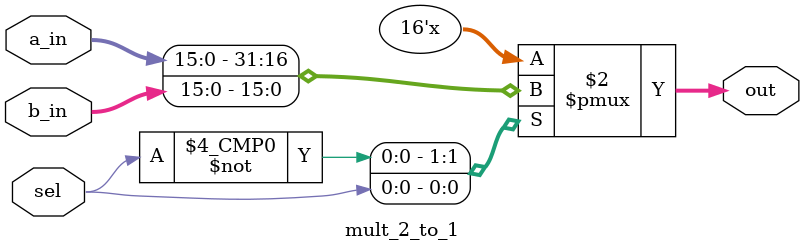
<source format=v>
module mult_2_to_1(sel, a_in, b_in, out);
	parameter width = 'd16; 
	input wire sel;
	input wire [width-1:0] a_in, b_in;
	output reg [width-1:0] out;
	always@(sel, a_in, b_in) begin
		case(sel) 
			1'b0: out [width-1:0] = a_in [width-1:0];
			1'b1: out [width-1:0] = b_in [width-1:0];
			default: out [width-1:0] = {width{1'b0}};
		endcase
	end
endmodule
</source>
